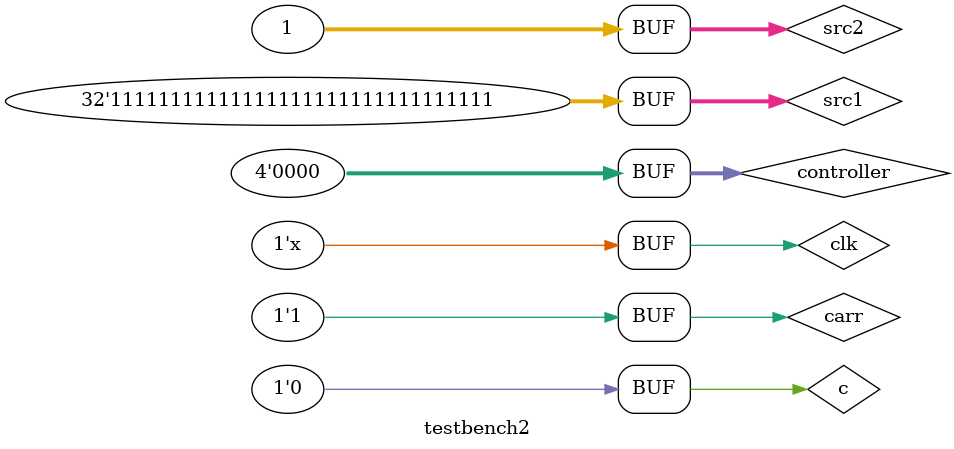
<source format=sv>
module testbench2 ();
	logic clk = 0;
	always begin 
		#10 clk = ~clk; 
	end
	//inputs
	logic [31:0] src1 = 30;
	logic [31:0] src2 = 40;
	logic carr = 1;
	logic [3:0]controller = 2; //cMinus
	logic c = 0;
	
	//ouputs
	logic [3:0] nzvc;
	logic [31:0] RdData_OR_memAddr;
	
	ALU inst(src1, src2, carr, controller, c, nzvc, RdData_OR_memAddr);
	
	initial begin
		#40;
		controller = 0;
		src1 = 32'b11111111111111111111111111111111;
		src2 = 1;
	end
	
endmodule
</source>
